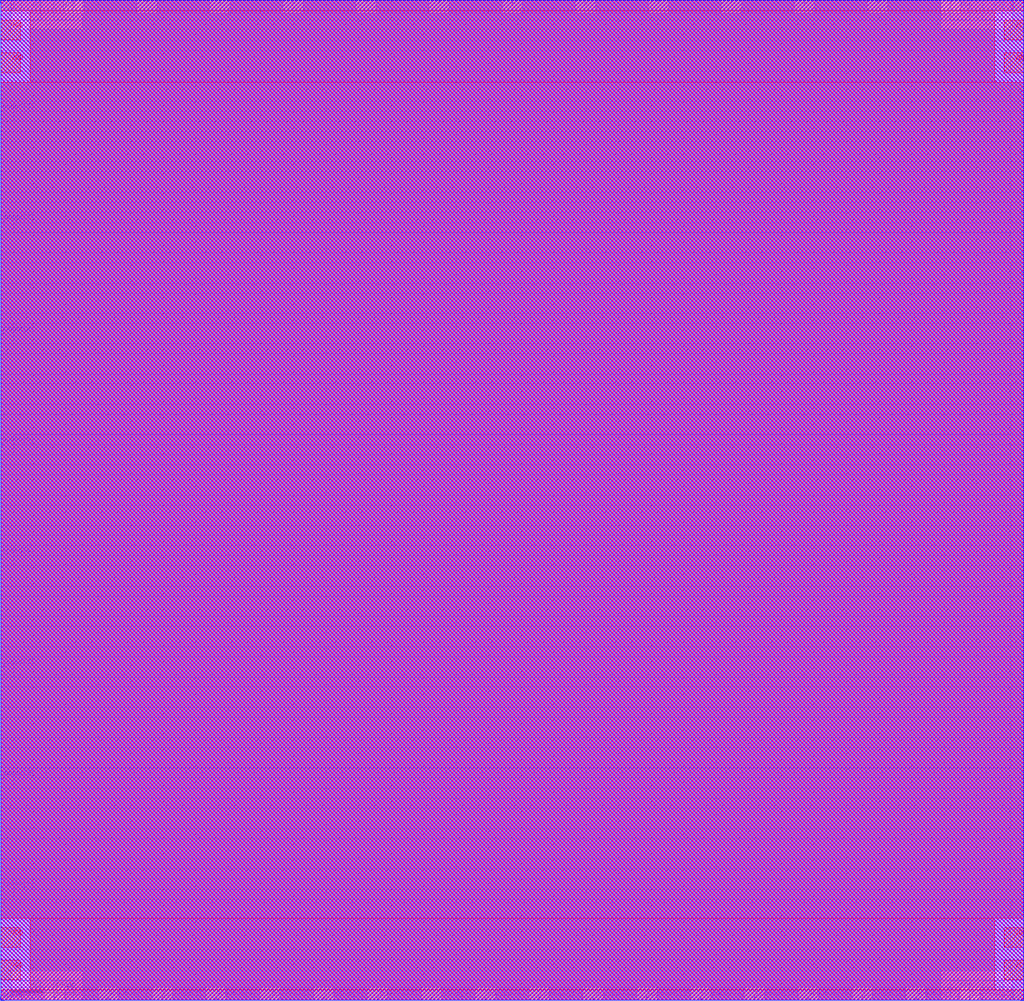
<source format=lef>
##
## LEF for PtnCells ;
## created by Encounter v14.28-s033_1 on Thu Sep 15 16:35:22 2022
##

VERSION 5.8 ;

BUSBITCHARS "[]" ;
DIVIDERCHAR "/" ;

MACRO BISG_TOP
  CLASS BLOCK ;
  SIZE 157.2500 BY 153.7200 ;
  FOREIGN BISG_TOP 0.0000 0.0000 ;
  ORIGIN 0 0 ;
  SYMMETRY X Y R90 ;
  PIN clk
    DIRECTION INPUT ;
    USE SIGNAL ;
    PORT
      LAYER M3 ;
        RECT 156.7500 -0.0700 157.2500 0.0700 ;
    END
  END clk
  PIN rst_n
    DIRECTION INPUT ;
    USE SIGNAL ;
    PORT
      LAYER M3 ;
        RECT 156.7500 4.5900 157.2500 4.7300 ;
    END
  END rst_n
  PIN k[3]
    DIRECTION INPUT ;
    USE SIGNAL ;
    PORT
      LAYER M3 ;
        RECT 156.7500 23.2200 157.2500 23.3600 ;
    END
  END k[3]
  PIN k[2]
    DIRECTION INPUT ;
    USE SIGNAL ;
    PORT
      LAYER M3 ;
        RECT 156.7500 18.5600 157.2500 18.7000 ;
    END
  END k[2]
  PIN k[1]
    DIRECTION INPUT ;
    USE SIGNAL ;
    PORT
      LAYER M3 ;
        RECT 156.7500 13.9050 157.2500 14.0450 ;
    END
  END k[1]
  PIN k[0]
    DIRECTION INPUT ;
    USE SIGNAL ;
    PORT
      LAYER M3 ;
        RECT 156.7500 9.2450 157.2500 9.3850 ;
    END
  END k[0]
  PIN nl[3]
    DIRECTION OUTPUT ;
    USE SIGNAL ;
    PORT
      LAYER M3 ;
        RECT 156.7500 41.8500 157.2500 41.9900 ;
    END
  END nl[3]
  PIN nl[2]
    DIRECTION OUTPUT ;
    USE SIGNAL ;
    PORT
      LAYER M3 ;
        RECT 156.7500 37.1950 157.2500 37.3350 ;
    END
  END nl[2]
  PIN nl[1]
    DIRECTION OUTPUT ;
    USE SIGNAL ;
    PORT
      LAYER M3 ;
        RECT 156.7500 32.5350 157.2500 32.6750 ;
    END
  END nl[1]
  PIN nl[0]
    DIRECTION OUTPUT ;
    USE SIGNAL ;
    PORT
      LAYER M3 ;
        RECT 156.7500 27.8800 157.2500 28.0200 ;
    END
  END nl[0]
  PIN start
    DIRECTION INPUT ;
    USE SIGNAL ;
    PORT
      LAYER M3 ;
        RECT 156.7500 46.5100 157.2500 46.6500 ;
    END
  END start
  PIN nloss
    DIRECTION OUTPUT ;
    USE SIGNAL ;
    PORT
      LAYER M3 ;
        RECT 156.7500 51.1700 157.2500 51.3100 ;
    END
  END nloss
  PIN speaker
    DIRECTION OUTPUT ;
    USE SIGNAL ;
    PORT
      LAYER M3 ;
        RECT 156.7500 55.8250 157.2500 55.9650 ;
    END
  END speaker
  PIN ScanNum[19]
    DIRECTION INPUT ;
    USE SIGNAL ;
    PORT
      LAYER M2 ;
        RECT 157.1750 0.0000 157.3150 0.5000 ;
    END
  END ScanNum[19]
  PIN ScanNum[18]
    DIRECTION INPUT ;
    USE SIGNAL ;
    PORT
      LAYER M2 ;
        RECT 148.9000 0.0000 149.0400 0.5000 ;
    END
  END ScanNum[18]
  PIN ScanNum[17]
    DIRECTION INPUT ;
    USE SIGNAL ;
    PORT
      LAYER M2 ;
        RECT 140.6200 0.0000 140.7600 0.5000 ;
    END
  END ScanNum[17]
  PIN ScanNum[16]
    DIRECTION INPUT ;
    USE SIGNAL ;
    PORT
      LAYER M2 ;
        RECT 132.3450 0.0000 132.4850 0.5000 ;
    END
  END ScanNum[16]
  PIN ScanNum[15]
    DIRECTION INPUT ;
    USE SIGNAL ;
    PORT
      LAYER M2 ;
        RECT 124.0700 0.0000 124.2100 0.5000 ;
    END
  END ScanNum[15]
  PIN ScanNum[14]
    DIRECTION INPUT ;
    USE SIGNAL ;
    PORT
      LAYER M2 ;
        RECT 115.7950 0.0000 115.9350 0.5000 ;
    END
  END ScanNum[14]
  PIN ScanNum[13]
    DIRECTION INPUT ;
    USE SIGNAL ;
    PORT
      LAYER M2 ;
        RECT 107.5200 0.0000 107.6600 0.5000 ;
    END
  END ScanNum[13]
  PIN ScanNum[12]
    DIRECTION INPUT ;
    USE SIGNAL ;
    PORT
      LAYER M2 ;
        RECT 99.2400 0.0000 99.3800 0.5000 ;
    END
  END ScanNum[12]
  PIN ScanNum[11]
    DIRECTION INPUT ;
    USE SIGNAL ;
    PORT
      LAYER M2 ;
        RECT 90.9650 0.0000 91.1050 0.5000 ;
    END
  END ScanNum[11]
  PIN ScanNum[10]
    DIRECTION INPUT ;
    USE SIGNAL ;
    PORT
      LAYER M2 ;
        RECT 82.6900 0.0000 82.8300 0.5000 ;
    END
  END ScanNum[10]
  PIN ScanNum[9]
    DIRECTION INPUT ;
    USE SIGNAL ;
    PORT
      LAYER M2 ;
        RECT 74.4150 0.0000 74.5550 0.5000 ;
    END
  END ScanNum[9]
  PIN ScanNum[8]
    DIRECTION INPUT ;
    USE SIGNAL ;
    PORT
      LAYER M2 ;
        RECT 66.1400 0.0000 66.2800 0.5000 ;
    END
  END ScanNum[8]
  PIN ScanNum[7]
    DIRECTION INPUT ;
    USE SIGNAL ;
    PORT
      LAYER M2 ;
        RECT 57.8600 0.0000 58.0000 0.5000 ;
    END
  END ScanNum[7]
  PIN ScanNum[6]
    DIRECTION INPUT ;
    USE SIGNAL ;
    PORT
      LAYER M2 ;
        RECT 49.5850 0.0000 49.7250 0.5000 ;
    END
  END ScanNum[6]
  PIN ScanNum[5]
    DIRECTION INPUT ;
    USE SIGNAL ;
    PORT
      LAYER M2 ;
        RECT 41.3100 0.0000 41.4500 0.5000 ;
    END
  END ScanNum[5]
  PIN ScanNum[4]
    DIRECTION INPUT ;
    USE SIGNAL ;
    PORT
      LAYER M2 ;
        RECT 33.0350 0.0000 33.1750 0.5000 ;
    END
  END ScanNum[4]
  PIN ScanNum[3]
    DIRECTION INPUT ;
    USE SIGNAL ;
    PORT
      LAYER M2 ;
        RECT 24.7600 0.0000 24.9000 0.5000 ;
    END
  END ScanNum[3]
  PIN ScanNum[2]
    DIRECTION INPUT ;
    USE SIGNAL ;
    PORT
      LAYER M2 ;
        RECT 16.4800 0.0000 16.6200 0.5000 ;
    END
  END ScanNum[2]
  PIN ScanNum[1]
    DIRECTION INPUT ;
    USE SIGNAL ;
    PORT
      LAYER M2 ;
        RECT 8.2050 0.0000 8.3450 0.5000 ;
    END
  END ScanNum[1]
  PIN ScanNum[0]
    DIRECTION INPUT ;
    USE SIGNAL ;
    PORT
      LAYER M2 ;
        RECT -0.0700 0.0000 0.0700 0.5000 ;
    END
  END ScanNum[0]
  PIN ADPLL_LOCK
    DIRECTION INPUT ;
    USE SIGNAL ;
    PORT
      LAYER M2 ;
        RECT -0.0700 153.2200 0.0700 153.7200 ;
    END
  END ADPLL_LOCK
  PIN t_p_dec[7]
    DIRECTION INPUT ;
    USE SIGNAL ;
    PORT
      LAYER M2 ;
        RECT 89.7850 153.2200 89.9250 153.7200 ;
    END
  END t_p_dec[7]
  PIN t_p_dec[6]
    DIRECTION INPUT ;
    USE SIGNAL ;
    PORT
      LAYER M2 ;
        RECT 78.5550 153.2200 78.6950 153.7200 ;
    END
  END t_p_dec[6]
  PIN t_p_dec[5]
    DIRECTION INPUT ;
    USE SIGNAL ;
    PORT
      LAYER M2 ;
        RECT 67.3200 153.2200 67.4600 153.7200 ;
    END
  END t_p_dec[5]
  PIN t_p_dec[4]
    DIRECTION INPUT ;
    USE SIGNAL ;
    PORT
      LAYER M2 ;
        RECT 56.0900 153.2200 56.2300 153.7200 ;
    END
  END t_p_dec[4]
  PIN t_p_dec[3]
    DIRECTION INPUT ;
    USE SIGNAL ;
    PORT
      LAYER M2 ;
        RECT 44.8600 153.2200 45.0000 153.7200 ;
    END
  END t_p_dec[3]
  PIN t_p_dec[2]
    DIRECTION INPUT ;
    USE SIGNAL ;
    PORT
      LAYER M2 ;
        RECT 33.6250 153.2200 33.7650 153.7200 ;
    END
  END t_p_dec[2]
  PIN t_p_dec[1]
    DIRECTION INPUT ;
    USE SIGNAL ;
    PORT
      LAYER M2 ;
        RECT 22.3950 153.2200 22.5350 153.7200 ;
    END
  END t_p_dec[1]
  PIN t_p_dec[0]
    DIRECTION INPUT ;
    USE SIGNAL ;
    PORT
      LAYER M2 ;
        RECT 11.1600 153.2200 11.3000 153.7200 ;
    END
  END t_p_dec[0]
  PIN range[5]
    DIRECTION INPUT ;
    USE SIGNAL ;
    PORT
      LAYER M2 ;
        RECT 157.1800 153.2200 157.3200 153.7200 ;
    END
  END range[5]
  PIN range[4]
    DIRECTION INPUT ;
    USE SIGNAL ;
    PORT
      LAYER M2 ;
        RECT 145.9450 153.2200 146.0850 153.7200 ;
    END
  END range[4]
  PIN range[3]
    DIRECTION INPUT ;
    USE SIGNAL ;
    PORT
      LAYER M2 ;
        RECT 134.7150 153.2200 134.8550 153.7200 ;
    END
  END range[3]
  PIN range[2]
    DIRECTION INPUT ;
    USE SIGNAL ;
    PORT
      LAYER M2 ;
        RECT 123.4800 153.2200 123.6200 153.7200 ;
    END
  END range[2]
  PIN range[1]
    DIRECTION INPUT ;
    USE SIGNAL ;
    PORT
      LAYER M2 ;
        RECT 112.2500 153.2200 112.3900 153.7200 ;
    END
  END range[1]
  PIN range[0]
    DIRECTION INPUT ;
    USE SIGNAL ;
    PORT
      LAYER M2 ;
        RECT 101.0200 153.2200 101.1600 153.7200 ;
    END
  END range[0]
  PIN pass
    DIRECTION INPUT ;
    USE SIGNAL ;
    PORT
      LAYER M3 ;
        RECT 156.7500 60.4850 157.2500 60.6250 ;
    END
  END pass
  PIN sig[12]
    DIRECTION OUTPUT ;
    USE SIGNAL ;
    PORT
      LAYER M3 ;
        RECT 156.7500 121.0400 157.2500 121.1800 ;
    END
  END sig[12]
  PIN sig[11]
    DIRECTION OUTPUT ;
    USE SIGNAL ;
    PORT
      LAYER M3 ;
        RECT 156.7500 116.3800 157.2500 116.5200 ;
    END
  END sig[11]
  PIN sig[10]
    DIRECTION OUTPUT ;
    USE SIGNAL ;
    PORT
      LAYER M3 ;
        RECT 156.7500 111.7200 157.2500 111.8600 ;
    END
  END sig[10]
  PIN sig[9]
    DIRECTION OUTPUT ;
    USE SIGNAL ;
    PORT
      LAYER M3 ;
        RECT 156.7500 107.0650 157.2500 107.2050 ;
    END
  END sig[9]
  PIN sig[8]
    DIRECTION OUTPUT ;
    USE SIGNAL ;
    PORT
      LAYER M3 ;
        RECT 156.7500 102.4050 157.2500 102.5450 ;
    END
  END sig[8]
  PIN sig[7]
    DIRECTION OUTPUT ;
    USE SIGNAL ;
    PORT
      LAYER M3 ;
        RECT 156.7500 97.7500 157.2500 97.8900 ;
    END
  END sig[7]
  PIN sig[6]
    DIRECTION OUTPUT ;
    USE SIGNAL ;
    PORT
      LAYER M3 ;
        RECT 156.7500 93.0900 157.2500 93.2300 ;
    END
  END sig[6]
  PIN sig[5]
    DIRECTION OUTPUT ;
    USE SIGNAL ;
    PORT
      LAYER M3 ;
        RECT 156.7500 88.4300 157.2500 88.5700 ;
    END
  END sig[5]
  PIN sig[4]
    DIRECTION OUTPUT ;
    USE SIGNAL ;
    PORT
      LAYER M3 ;
        RECT 156.7500 83.7750 157.2500 83.9150 ;
    END
  END sig[4]
  PIN sig[3]
    DIRECTION OUTPUT ;
    USE SIGNAL ;
    PORT
      LAYER M3 ;
        RECT 156.7500 79.1150 157.2500 79.2550 ;
    END
  END sig[3]
  PIN sig[2]
    DIRECTION OUTPUT ;
    USE SIGNAL ;
    PORT
      LAYER M3 ;
        RECT 156.7500 74.4600 157.2500 74.6000 ;
    END
  END sig[2]
  PIN sig[1]
    DIRECTION OUTPUT ;
    USE SIGNAL ;
    PORT
      LAYER M3 ;
        RECT 156.7500 69.8000 157.2500 69.9400 ;
    END
  END sig[1]
  PIN sig[0]
    DIRECTION OUTPUT ;
    USE SIGNAL ;
    PORT
      LAYER M3 ;
        RECT 156.7500 65.1400 157.2500 65.2800 ;
    END
  END sig[0]
  PIN speed[9]
    DIRECTION OUTPUT ;
    USE SIGNAL ;
    PORT
      LAYER M3 ;
        RECT 0.0000 153.6500 0.5000 153.7900 ;
    END
  END speed[9]
  PIN speed[8]
    DIRECTION OUTPUT ;
    USE SIGNAL ;
    PORT
      LAYER M3 ;
        RECT 0.0000 136.5700 0.5000 136.7100 ;
    END
  END speed[8]
  PIN speed[7]
    DIRECTION OUTPUT ;
    USE SIGNAL ;
    PORT
      LAYER M3 ;
        RECT 0.0000 119.4900 0.5000 119.6300 ;
    END
  END speed[7]
  PIN speed[6]
    DIRECTION OUTPUT ;
    USE SIGNAL ;
    PORT
      LAYER M3 ;
        RECT 0.0000 102.4100 0.5000 102.5500 ;
    END
  END speed[6]
  PIN speed[5]
    DIRECTION OUTPUT ;
    USE SIGNAL ;
    PORT
      LAYER M3 ;
        RECT 0.0000 85.3300 0.5000 85.4700 ;
    END
  END speed[5]
  PIN speed[4]
    DIRECTION OUTPUT ;
    USE SIGNAL ;
    PORT
      LAYER M3 ;
        RECT 0.0000 68.2500 0.5000 68.3900 ;
    END
  END speed[4]
  PIN speed[3]
    DIRECTION OUTPUT ;
    USE SIGNAL ;
    PORT
      LAYER M3 ;
        RECT 0.0000 51.1700 0.5000 51.3100 ;
    END
  END speed[3]
  PIN speed[2]
    DIRECTION OUTPUT ;
    USE SIGNAL ;
    PORT
      LAYER M3 ;
        RECT 0.0000 34.0900 0.5000 34.2300 ;
    END
  END speed[2]
  PIN speed[1]
    DIRECTION OUTPUT ;
    USE SIGNAL ;
    PORT
      LAYER M3 ;
        RECT 0.0000 17.0100 0.5000 17.1500 ;
    END
  END speed[1]
  PIN speed[0]
    DIRECTION OUTPUT ;
    USE SIGNAL ;
    PORT
      LAYER M3 ;
        RECT 0.0000 -0.0700 0.5000 0.0700 ;
    END
  END speed[0]
  PIN TCK
    DIRECTION OUTPUT ;
    USE SIGNAL ;
    PORT
      LAYER M3 ;
        RECT 156.7500 125.6950 157.2500 125.8350 ;
    END
  END TCK
  PIN scan_done
    DIRECTION OUTPUT ;
    USE SIGNAL ;
    PORT
      LAYER M3 ;
        RECT 156.7500 130.3550 157.2500 130.4950 ;
    END
  END scan_done
  PIN over
    DIRECTION OUTPUT ;
    USE SIGNAL ;
    PORT
      LAYER M3 ;
        RECT 156.7500 135.0100 157.2500 135.1500 ;
    END
  END over
  PIN test_se
    DIRECTION OUTPUT ;
    USE SIGNAL ;
    PORT
      LAYER M3 ;
        RECT 156.7500 139.6700 157.2500 139.8100 ;
    END
  END test_se
  PIN digi_out
    DIRECTION OUTPUT ;
    USE SIGNAL ;
    PORT
      LAYER M3 ;
        RECT 156.7500 144.3300 157.2500 144.4700 ;
    END
  END digi_out
  PIN sub_rst
    DIRECTION OUTPUT ;
    USE SIGNAL ;
    PORT
      LAYER M3 ;
        RECT 156.7500 148.9850 157.2500 149.1250 ;
    END
  END sub_rst
  PIN base_clk
    DIRECTION INPUT ;
    USE SIGNAL ;
    PORT
      LAYER M3 ;
        RECT 156.7500 153.6450 157.2500 153.7850 ;
    END
  END base_clk
  PIN VDD
    DIRECTION INOUT ;
    USE POWER ;
    PORT
      LAYER M5 ;
        RECT 154.2500 142.6000 157.2500 145.6000 ;
    END
    PORT
      LAYER M5 ;
        RECT 0.0000 142.6000 3.0000 145.6000 ;
    END
    PORT
      LAYER M5 ;
        RECT 154.2500 8.1200 157.2500 11.1200 ;
    END
    PORT
      LAYER M5 ;
        RECT 0.0000 8.1200 3.0000 11.1200 ;
    END
    PORT
      LAYER M4 ;
        RECT 145.9600 150.7200 148.9600 153.7200 ;
    END
    PORT
      LAYER M4 ;
        RECT 145.9600 0.0000 148.9600 3.0000 ;
    END
    PORT
      LAYER M4 ;
        RECT 8.1200 150.7200 11.1200 153.7200 ;
    END
    PORT
      LAYER M4 ;
        RECT 8.1200 0.0000 11.1200 3.0000 ;
    END
  END VDD
  PIN VSS
    DIRECTION INOUT ;
    USE GROUND ;
    PORT
      LAYER M5 ;
        RECT 154.2500 147.6000 157.2500 150.6000 ;
    END
    PORT
      LAYER M5 ;
        RECT 0.0000 147.6000 3.0000 150.6000 ;
    END
    PORT
      LAYER M5 ;
        RECT 154.2500 3.1200 157.2500 6.1200 ;
    END
    PORT
      LAYER M5 ;
        RECT 0.0000 3.1200 3.0000 6.1200 ;
    END
    PORT
      LAYER M4 ;
        RECT 150.9600 150.7200 153.9600 153.7200 ;
    END
    PORT
      LAYER M4 ;
        RECT 150.9600 0.0000 153.9600 3.0000 ;
    END
    PORT
      LAYER M4 ;
        RECT 3.1200 150.7200 6.1200 153.7200 ;
    END
    PORT
      LAYER M4 ;
        RECT 3.1200 0.0000 6.1200 3.0000 ;
    END
  END VSS
  OBS
    LAYER M1 ;
      RECT 0.0000 0.0000 157.2500 153.7200 ;
    LAYER M2 ;
      RECT 147.5850 151.7200 155.6800 153.7200 ;
      RECT 136.3550 151.7200 144.4450 153.7200 ;
      RECT 125.1200 151.7200 133.2150 153.7200 ;
      RECT 113.8900 151.7200 121.9800 153.7200 ;
      RECT 102.6600 151.7200 110.7500 153.7200 ;
      RECT 91.4250 151.7200 99.5200 153.7200 ;
      RECT 80.1950 151.7200 88.2850 153.7200 ;
      RECT 68.9600 151.7200 77.0550 153.7200 ;
      RECT 57.7300 151.7200 65.8200 153.7200 ;
      RECT 46.5000 151.7200 54.5900 153.7200 ;
      RECT 35.2650 151.7200 43.3600 153.7200 ;
      RECT 24.0350 151.7200 32.1250 153.7200 ;
      RECT 12.8000 151.7200 20.8950 153.7200 ;
      RECT 1.5700 151.7200 9.6600 153.7200 ;
      RECT 0.0000 2.0000 157.2500 151.7200 ;
      RECT 150.5400 0.0000 155.6750 2.0000 ;
      RECT 142.2600 0.0000 147.4000 2.0000 ;
      RECT 133.9850 0.0000 139.1200 2.0000 ;
      RECT 125.7100 0.0000 130.8450 2.0000 ;
      RECT 117.4350 0.0000 122.5700 2.0000 ;
      RECT 109.1600 0.0000 114.2950 2.0000 ;
      RECT 100.8800 0.0000 106.0200 2.0000 ;
      RECT 92.6050 0.0000 97.7400 2.0000 ;
      RECT 84.3300 0.0000 89.4650 2.0000 ;
      RECT 76.0550 0.0000 81.1900 2.0000 ;
      RECT 67.7800 0.0000 72.9150 2.0000 ;
      RECT 59.5000 0.0000 64.6400 2.0000 ;
      RECT 51.2250 0.0000 56.3600 2.0000 ;
      RECT 42.9500 0.0000 48.0850 2.0000 ;
      RECT 34.6750 0.0000 39.8100 2.0000 ;
      RECT 26.4000 0.0000 31.5350 2.0000 ;
      RECT 18.1200 0.0000 23.2600 2.0000 ;
      RECT 9.8450 0.0000 14.9800 2.0000 ;
      RECT 1.5700 0.0000 6.7050 2.0000 ;
    LAYER M3 ;
      RECT 2.0000 152.1500 155.2500 153.7200 ;
      RECT 0.0000 152.1450 155.2500 152.1500 ;
      RECT 0.0000 150.6250 157.2500 152.1450 ;
      RECT 0.0000 147.4850 155.2500 150.6250 ;
      RECT 0.0000 145.9700 157.2500 147.4850 ;
      RECT 0.0000 142.8300 155.2500 145.9700 ;
      RECT 0.0000 141.3100 157.2500 142.8300 ;
      RECT 0.0000 138.2100 155.2500 141.3100 ;
      RECT 2.0000 138.1700 155.2500 138.2100 ;
      RECT 2.0000 136.6500 157.2500 138.1700 ;
      RECT 2.0000 135.0700 155.2500 136.6500 ;
      RECT 0.0000 133.5100 155.2500 135.0700 ;
      RECT 0.0000 131.9950 157.2500 133.5100 ;
      RECT 0.0000 128.8550 155.2500 131.9950 ;
      RECT 0.0000 127.3350 157.2500 128.8550 ;
      RECT 0.0000 124.1950 155.2500 127.3350 ;
      RECT 0.0000 122.6800 157.2500 124.1950 ;
      RECT 0.0000 121.1300 155.2500 122.6800 ;
      RECT 2.0000 119.5400 155.2500 121.1300 ;
      RECT 2.0000 118.0200 157.2500 119.5400 ;
      RECT 2.0000 117.9900 155.2500 118.0200 ;
      RECT 0.0000 114.8800 155.2500 117.9900 ;
      RECT 0.0000 113.3600 157.2500 114.8800 ;
      RECT 0.0000 110.2200 155.2500 113.3600 ;
      RECT 0.0000 108.7050 157.2500 110.2200 ;
      RECT 0.0000 105.5650 155.2500 108.7050 ;
      RECT 0.0000 104.0500 157.2500 105.5650 ;
      RECT 2.0000 104.0450 157.2500 104.0500 ;
      RECT 2.0000 100.9100 155.2500 104.0450 ;
      RECT 0.0000 100.9050 155.2500 100.9100 ;
      RECT 0.0000 99.3900 157.2500 100.9050 ;
      RECT 0.0000 96.2500 155.2500 99.3900 ;
      RECT 0.0000 94.7300 157.2500 96.2500 ;
      RECT 0.0000 91.5900 155.2500 94.7300 ;
      RECT 0.0000 90.0700 157.2500 91.5900 ;
      RECT 0.0000 86.9700 155.2500 90.0700 ;
      RECT 2.0000 86.9300 155.2500 86.9700 ;
      RECT 2.0000 85.4150 157.2500 86.9300 ;
      RECT 2.0000 83.8300 155.2500 85.4150 ;
      RECT 0.0000 82.2750 155.2500 83.8300 ;
      RECT 0.0000 80.7550 157.2500 82.2750 ;
      RECT 0.0000 77.6150 155.2500 80.7550 ;
      RECT 0.0000 76.1000 157.2500 77.6150 ;
      RECT 0.0000 72.9600 155.2500 76.1000 ;
      RECT 0.0000 71.4400 157.2500 72.9600 ;
      RECT 0.0000 69.8900 155.2500 71.4400 ;
      RECT 2.0000 68.3000 155.2500 69.8900 ;
      RECT 2.0000 66.7800 157.2500 68.3000 ;
      RECT 2.0000 66.7500 155.2500 66.7800 ;
      RECT 0.0000 63.6400 155.2500 66.7500 ;
      RECT 0.0000 62.1250 157.2500 63.6400 ;
      RECT 0.0000 58.9850 155.2500 62.1250 ;
      RECT 0.0000 57.4650 157.2500 58.9850 ;
      RECT 0.0000 54.3250 155.2500 57.4650 ;
      RECT 0.0000 52.8100 157.2500 54.3250 ;
      RECT 2.0000 49.6700 155.2500 52.8100 ;
      RECT 0.0000 48.1500 157.2500 49.6700 ;
      RECT 0.0000 45.0100 155.2500 48.1500 ;
      RECT 0.0000 43.4900 157.2500 45.0100 ;
      RECT 0.0000 40.3500 155.2500 43.4900 ;
      RECT 0.0000 38.8350 157.2500 40.3500 ;
      RECT 0.0000 35.7300 155.2500 38.8350 ;
      RECT 2.0000 35.6950 155.2500 35.7300 ;
      RECT 2.0000 34.1750 157.2500 35.6950 ;
      RECT 2.0000 32.5900 155.2500 34.1750 ;
      RECT 0.0000 31.0350 155.2500 32.5900 ;
      RECT 0.0000 29.5200 157.2500 31.0350 ;
      RECT 0.0000 26.3800 155.2500 29.5200 ;
      RECT 0.0000 24.8600 157.2500 26.3800 ;
      RECT 0.0000 21.7200 155.2500 24.8600 ;
      RECT 0.0000 20.2000 157.2500 21.7200 ;
      RECT 0.0000 18.6500 155.2500 20.2000 ;
      RECT 2.0000 17.0600 155.2500 18.6500 ;
      RECT 2.0000 15.5450 157.2500 17.0600 ;
      RECT 2.0000 15.5100 155.2500 15.5450 ;
      RECT 0.0000 12.4050 155.2500 15.5100 ;
      RECT 0.0000 10.8850 157.2500 12.4050 ;
      RECT 0.0000 7.7450 155.2500 10.8850 ;
      RECT 0.0000 6.2300 157.2500 7.7450 ;
      RECT 0.0000 3.0900 155.2500 6.2300 ;
      RECT 0.0000 1.5700 157.2500 3.0900 ;
      RECT 2.0000 0.0000 155.2500 1.5700 ;
    LAYER M4 ;
      RECT 155.4600 149.2200 157.2500 153.7200 ;
      RECT 12.6200 149.2200 144.4600 153.7200 ;
      RECT 0.0000 149.2200 1.6200 153.7200 ;
      RECT 0.0000 4.5000 157.2500 149.2200 ;
      RECT 155.4600 0.0000 157.2500 4.5000 ;
      RECT 12.6200 0.0000 144.4600 4.5000 ;
      RECT 0.0000 0.0000 1.6200 4.5000 ;
    LAYER M5 ;
      RECT 0.0000 152.1000 157.2500 153.7200 ;
      RECT 4.5000 141.1000 152.7500 152.1000 ;
      RECT 0.0000 12.6200 157.2500 141.1000 ;
      RECT 4.5000 1.6200 152.7500 12.6200 ;
      RECT 0.0000 0.0000 157.2500 1.6200 ;
    LAYER M6 ;
      RECT 0.0000 0.0000 157.2500 153.7200 ;
    LAYER M7 ;
      RECT 0.0000 0.0000 157.2500 153.7200 ;
    LAYER M8 ;
      RECT 0.0000 0.0000 157.2500 153.7200 ;
    LAYER M9 ;
      RECT 0.0000 0.0000 157.2500 153.7200 ;
  END
END BISG_TOP

END LIBRARY

</source>
